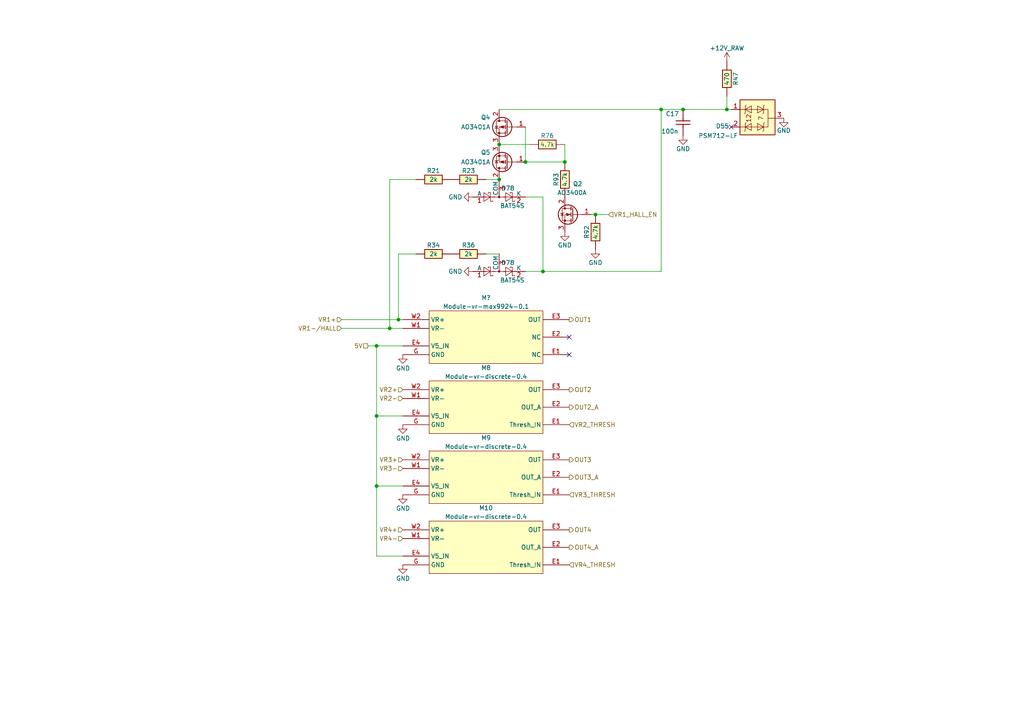
<source format=kicad_sch>
(kicad_sch (version 20230121) (generator eeschema)
  (paper "A4")
  (lib_symbols
    (symbol "Diode:BAT54S" (pin_names (offset 0))
      (property "Reference" "D" (at 2.54 -5.08 0))
      (property "Value" "BAT54S" (at -6.35 3.175 0))
      (symbol "BAT54S_0_1"
        (polyline (pts (xy -3.81 0) (xy -1.27 0)))
        (polyline (pts (xy -3.175 -1.27) (xy -3.175 -1.016)))
        (polyline (pts (xy -2.54 -1.27) (xy -3.175 -1.27)))
        (polyline (pts (xy -2.54 -1.27) (xy -2.54 1.27)))
        (polyline (pts (xy -2.54 1.27) (xy -1.905 1.27)))
        (polyline (pts (xy -1.905 0) (xy 1.905 0)))
        (polyline (pts (xy -1.905 1.27) (xy -1.905 1.016)))
        (polyline (pts (xy 1.27 0) (xy 3.81 0)))
        (polyline (pts (xy 3.175 -1.27) (xy 3.175 -1.016)))
        (polyline (pts (xy 3.81 -1.27) (xy 3.175 -1.27)))
        (polyline (pts (xy 3.81 -1.27) (xy 3.81 1.27)))
        (polyline (pts (xy 3.81 1.27) (xy 4.445 1.27)))
        (polyline (pts (xy 4.445 1.27) (xy 4.445 1.016)))
        (polyline (pts (xy -4.445 1.27) (xy -4.445 -1.27) (xy -2.54 0) (xy -4.445 1.27)))
        (polyline (pts (xy 1.905 1.27) (xy 1.905 -1.27) (xy 3.81 0) (xy 1.905 1.27)))
        (circle (center 0 0) (radius 0.254) (fill (type outline)))
      )
      (symbol "BAT54S_1_1"
        (pin passive line (at -7.62 0 0) (length 3.81) (name "A") (number "1"))
        (pin passive line (at 7.62 0 180) (length 3.81) (name "K") (number "2"))
        (pin passive line (at 0 -5.08 90) (length 5.08) (name "COM") (number "3"))
      )
    )
    (symbol "MOSFET-P_5" (pin_names hide)
      (property "Reference" "Q" (at 5.207 0.9085 0))
      (property "Value" "MOSFET-P_5" (at 5.207 -1.8666 0))
      (symbol "MOSFET-P_5_0_1"
        (polyline (pts (xy 0.254 0) (xy -2.54 0)))
        (polyline (pts (xy 0.254 1.905) (xy 0.254 -1.905)) (stroke (width 0.254)))
        (polyline (pts (xy 0.762 -1.27) (xy 0.762 -2.286)) (stroke (width 0.254)))
        (polyline (pts (xy 0.762 0.508) (xy 0.762 -0.508)) (stroke (width 0.254)))
        (polyline (pts (xy 0.762 2.286) (xy 0.762 1.27)) (stroke (width 0.254)))
        (polyline (pts (xy 2.54 2.54) (xy 2.54 1.778)))
        (polyline (pts (xy 2.54 -2.54) (xy 2.54 0) (xy 0.762 0)))
        (polyline (pts (xy 0.762 1.778) (xy 3.302 1.778) (xy 3.302 -1.778) (xy 0.762 -1.778)))
        (polyline (pts (xy 2.286 0) (xy 1.27 0.381) (xy 1.27 -0.381) (xy 2.286 0)) (fill (type outline)))
        (polyline (pts (xy 2.794 -0.508) (xy 2.921 -0.381) (xy 3.683 -0.381) (xy 3.81 -0.254)))
        (polyline (pts (xy 3.302 -0.381) (xy 2.921 0.254) (xy 3.683 0.254) (xy 3.302 -0.381)))
        (circle (center 1.651 0) (radius 2.794) (stroke (width 0.254)))
        (circle (center 2.54 -1.778) (radius 0.254) (fill (type outline)))
        (circle (center 2.54 1.778) (radius 0.254) (fill (type outline)))
      )
      (symbol "MOSFET-P_5_1_1"
        (pin input line (at -5.08 0 0) (length 2.54) (name "G") (number "1"))
        (pin passive line (at 2.54 5.08 270) (length 2.54) (name "D") (number "2"))
        (pin passive line (at 2.54 -5.08 90) (length 2.54) (name "S") (number "3"))
      )
    )
    (symbol "MOSFET-P_6" (pin_names hide)
      (property "Reference" "Q" (at 5.207 0.9085 0))
      (property "Value" "MOSFET-P_6" (at 5.207 -1.8666 0))
      (symbol "MOSFET-P_6_0_1"
        (polyline (pts (xy 0.254 0) (xy -2.54 0)))
        (polyline (pts (xy 0.254 1.905) (xy 0.254 -1.905)) (stroke (width 0.254)))
        (polyline (pts (xy 0.762 -1.27) (xy 0.762 -2.286)) (stroke (width 0.254)))
        (polyline (pts (xy 0.762 0.508) (xy 0.762 -0.508)) (stroke (width 0.254)))
        (polyline (pts (xy 0.762 2.286) (xy 0.762 1.27)) (stroke (width 0.254)))
        (polyline (pts (xy 2.54 2.54) (xy 2.54 1.778)))
        (polyline (pts (xy 2.54 -2.54) (xy 2.54 0) (xy 0.762 0)))
        (polyline (pts (xy 0.762 1.778) (xy 3.302 1.778) (xy 3.302 -1.778) (xy 0.762 -1.778)))
        (polyline (pts (xy 2.286 0) (xy 1.27 0.381) (xy 1.27 -0.381) (xy 2.286 0)) (fill (type outline)))
        (polyline (pts (xy 2.794 -0.508) (xy 2.921 -0.381) (xy 3.683 -0.381) (xy 3.81 -0.254)))
        (polyline (pts (xy 3.302 -0.381) (xy 2.921 0.254) (xy 3.683 0.254) (xy 3.302 -0.381)))
        (circle (center 1.651 0) (radius 2.794) (stroke (width 0.254)))
        (circle (center 2.54 -1.778) (radius 0.254) (fill (type outline)))
        (circle (center 2.54 1.778) (radius 0.254) (fill (type outline)))
      )
      (symbol "MOSFET-P_6_1_1"
        (pin input line (at -5.08 0 0) (length 2.54) (name "G") (number "1"))
        (pin passive line (at 2.54 5.08 270) (length 2.54) (name "D") (number "2"))
        (pin passive line (at 2.54 -5.08 90) (length 2.54) (name "S") (number "3"))
      )
    )
    (symbol "hellen-one-common:+12V_RAW" (power) (pin_names (offset 0))
      (property "Value" "+12V_RAW" (at 0 3.556 0))
      (symbol "+12V_RAW_0_1"
        (polyline (pts (xy -0.762 1.27) (xy 0 2.54)))
        (polyline (pts (xy 0 0) (xy 0 2.54)))
        (polyline (pts (xy 0 2.54) (xy 0.762 1.27)))
      )
      (symbol "+12V_RAW_1_1"
        (pin power_in line (at 0 0 90) (length 0) hide (name "+12V_RAW") (number "1"))
      )
    )
    (symbol "hellen-one-common:Cap" (pin_numbers hide)
      (property "Reference" "C" (at -3.81 2.54 0))
      (property "Value" "Cap" (at -2.54 -1.27 0))
      (symbol "Cap_1_0"
        (polyline (pts (xy -1.27 0) (xy -0.508 0)) (stroke (width 0.254)))
        (polyline (pts (xy -0.508 -2.032) (xy -0.508 2.032)) (stroke (width 0.254)))
        (polyline (pts (xy 0.508 2.032) (xy 0.508 -2.032)) (stroke (width 0.254)))
        (polyline (pts (xy 1.27 0) (xy 0.508 0)) (stroke (width 0.254)))
        (pin passive line (at -3.81 0 0) (length 2.54) (name "") (number "1"))
        (pin passive line (at 3.81 0 180) (length 2.54) (name "") (number "2"))
      )
    )
    (symbol "hellen-one-common:MOSFET-N" (pin_names hide)
      (property "Reference" "Q" (at 5.08 6.35 0))
      (property "Value" "MOSFET-N" (at 2.54 3.81 0))
      (symbol "MOSFET-N_0_1"
        (polyline (pts (xy 0.254 0) (xy -2.54 0)))
        (polyline (pts (xy 0.254 1.905) (xy 0.254 -1.905)) (stroke (width 0.254)))
        (polyline (pts (xy 0.762 -1.27) (xy 0.762 -2.286)) (stroke (width 0.254)))
        (polyline (pts (xy 0.762 0.508) (xy 0.762 -0.508)) (stroke (width 0.254)))
        (polyline (pts (xy 0.762 2.286) (xy 0.762 1.27)) (stroke (width 0.254)))
        (polyline (pts (xy 2.54 2.54) (xy 2.54 1.778)))
        (polyline (pts (xy 2.54 -2.54) (xy 2.54 0) (xy 0.762 0)))
        (polyline (pts (xy 0.762 -1.778) (xy 3.302 -1.778) (xy 3.302 1.778) (xy 0.762 1.778)))
        (polyline (pts (xy 1.016 0) (xy 2.032 0.381) (xy 2.032 -0.381) (xy 1.016 0)) (fill (type outline)))
        (polyline (pts (xy 2.794 0.508) (xy 2.921 0.381) (xy 3.683 0.381) (xy 3.81 0.254)))
        (polyline (pts (xy 3.302 0.381) (xy 2.921 -0.254) (xy 3.683 -0.254) (xy 3.302 0.381)))
        (circle (center 1.651 0) (radius 2.794) (stroke (width 0.254)))
        (circle (center 2.54 -1.778) (radius 0.254) (fill (type outline)))
        (circle (center 2.54 1.778) (radius 0.254) (fill (type outline)))
      )
      (symbol "MOSFET-N_1_1"
        (pin input line (at -5.08 0 0) (length 2.54) (name "G") (number "1"))
        (pin passive line (at 2.54 5.08 270) (length 2.54) (name "D") (number "2"))
        (pin passive line (at 2.54 -5.08 90) (length 2.54) (name "S") (number "3"))
      )
    )
    (symbol "hellen-one-common:PSM712"
      (property "Reference" "D?" (at 3.302 0.9085 0))
      (property "Value" "PSM712" (at 3.302 -1.8666 0))
      (symbol "PSM712_0_0"
        (text "12" (at -2.286 2.54 0) (effects (font (size 1.27 1.27))))
        (text "7" (at -2.286 -1.016 0) (effects (font (size 1.27 1.27))))
      )
      (symbol "PSM712_0_1"
        (rectangle (start -7.62 5.08) (end 2.54 -5.08) (stroke (width 0.254)) (fill (type background)))
        (polyline (pts (xy -4.826 5.08) (xy -4.826 -3.048) (xy -2.286 -3.048)) (stroke (width 0.1524)))
        (polyline (pts (xy -6.096 3.302) (xy -5.842 3.556) (xy -3.81 3.556) (xy -3.556 3.81)) (stroke (width 0.1524)))
        (polyline (pts (xy -4.826 -1.778) (xy -3.81 0) (xy -5.842 0) (xy -4.826 -1.778)) (stroke (width 0.1524)))
        (polyline (pts (xy -4.826 3.556) (xy -5.842 1.778) (xy -3.81 1.778) (xy -4.826 3.556)) (stroke (width 0.1524)))
        (polyline (pts (xy -3.556 -1.524) (xy -3.81 -1.778) (xy -5.842 -1.778) (xy -6.096 -2.032)) (stroke (width 0.1524)))
        (polyline (pts (xy -1.016 3.302) (xy -0.762 3.556) (xy 1.27 3.556) (xy 1.524 3.81)) (stroke (width 0.1524)))
        (polyline (pts (xy 0.254 -1.778) (xy 1.27 0) (xy -0.762 0) (xy 0.254 -1.778)) (stroke (width 0.1524)))
        (polyline (pts (xy 0.254 3.556) (xy -0.762 1.778) (xy 1.27 1.778) (xy 0.254 3.556)) (stroke (width 0.1524)))
        (polyline (pts (xy 0.254 5.08) (xy 0.254 -3.048) (xy -2.286 -3.048) (xy -2.286 -5.08)) (stroke (width 0.1524)))
        (polyline (pts (xy 1.524 -1.524) (xy 1.27 -1.778) (xy -0.762 -1.778) (xy -1.016 -2.032)) (stroke (width 0.1524)))
      )
      (symbol "PSM712_1_1"
        (pin passive line (at -4.826 7.62 270) (length 2.54) (name "") (number "1"))
        (pin passive line (at 0.254 7.62 270) (length 2.54) (name "") (number "2"))
        (pin passive line (at -2.286 -7.62 90) (length 2.54) (name "") (number "3"))
      )
    )
    (symbol "hellen-one-common:Res" (pin_numbers hide)
      (property "Reference" "R" (at 3.81 2.54 0))
      (property "Value" "Res" (at 5.08 -2.54 0))
      (symbol "Res_1_0"
        (rectangle (start 2.54 -1.27) (end 7.62 1.27) (stroke (width 0.254)) (fill (type background)))
        (pin passive line (at 0 0 0) (length 2.54) (name "") (number "1"))
        (pin passive line (at 10.16 0 180) (length 2.54) (name "") (number "2"))
      )
    )
    (symbol "hellen-one-vr-discrete-0.4:Module-vr-discrete-0.4"
      (property "Reference" "M" (at 1.27 1.27 0))
      (property "Value" "Module-vr-discrete-0.4" (at 16.51 -16.51 0))
      (symbol "Module-vr-discrete-0.4_1_0"
        (rectangle (start 0 0) (end 33.02 -15.24) (fill (type background)))
        (pin passive line (at 40.64 -12.7 180) (length 7.62) (name "Thresh_IN") (number "E1"))
        (pin passive line (at 40.64 -7.62 180) (length 7.62) (name "OUT_A") (number "E2"))
        (pin passive line (at 40.64 -2.54 180) (length 7.62) (name "OUT") (number "E3"))
        (pin passive line (at -7.62 -10.16 0) (length 7.62) (name "V5_IN") (number "E4"))
        (pin passive line (at -7.62 -12.7 0) (length 7.62) (name "GND") (number "G"))
        (pin passive line (at -7.62 -5.08 0) (length 7.62) (name "VR-") (number "W1"))
        (pin passive line (at -7.62 -2.54 0) (length 7.62) (name "VR+") (number "W2"))
      )
    )
    (symbol "power:GND" (power) (pin_names (offset 0))
      (property "Value" "GND" (at 0 -3.81 0))
      (symbol "GND_0_1"
        (polyline (pts (xy 0 0) (xy 0 -1.27) (xy 1.27 -1.27) (xy 0 -2.54) (xy -1.27 -1.27) (xy 0 -1.27)))
      )
      (symbol "GND_1_1"
        (pin power_in line (at 0 0 270) (length 0) hide (name "GND") (number "1"))
      )
    )
    (symbol "vr-max9924-0.1:Module-vr-max9924-0.1"
      (property "Reference" "M" (at 1.27 1.27 0))
      (property "Value" "Module-vr-max9924-0.1" (at 16.51 -16.51 0))
      (symbol "Module-vr-max9924-0.1_1_0"
        (rectangle (start 0 0) (end 33.02 -15.24) (fill (type background)))
        (pin passive line (at 40.64 -12.7 180) (length 7.62) (name "NC") (number "E1"))
        (pin passive line (at 40.64 -7.62 180) (length 7.62) (name "NC") (number "E2"))
        (pin passive line (at 40.64 -2.54 180) (length 7.62) (name "OUT") (number "E3"))
        (pin passive line (at -7.62 -10.16 0) (length 7.62) (name "V5_IN") (number "E4"))
        (pin passive line (at -7.62 -12.7 0) (length 7.62) (name "GND") (number "G"))
        (pin passive line (at -7.62 -5.08 0) (length 7.62) (name "VR-") (number "W1"))
        (pin passive line (at -7.62 -2.54 0) (length 7.62) (name "VR+") (number "W2"))
      )
    )
  )
  (junction (at 109.22 120.65))
  (junction (at 157.48 78.74))
  (junction (at 152.4 46.99))
  (junction (at 109.22 140.97))
  (junction (at 172.72 62.23))
  (junction (at 210.82 31.75))
  (junction (at 144.78 52.07))
  (junction (at 198.12 31.75))
  (junction (at 144.78 41.91))
  (junction (at 109.22 100.33))
  (junction (at 113.03 95.25))
  (junction (at 191.77 31.75))
  (junction (at 115.57 92.71))
  (junction (at 163.83 46.99))
  (no_connect (at 165.1 102.87))
  (no_connect (at 165.1 97.79))
  (no_connect (at 212.09 36.83))
  (wire (pts (xy 157.48 57.15) (xy 157.48 78.74)))
  (wire (pts (xy 210.82 31.75) (xy 198.12 31.75)))
  (wire (pts (xy 109.22 120.65) (xy 116.84 120.65)))
  (wire (pts (xy 113.03 95.25) (xy 116.84 95.25)))
  (wire (pts (xy 99.06 95.25) (xy 113.03 95.25)))
  (wire (pts (xy 171.45 62.23) (xy 172.72 62.23)))
  (wire (pts (xy 152.4 57.15) (xy 157.48 57.15)))
  (wire (pts (xy 109.22 140.97) (xy 109.22 161.29)))
  (wire (pts (xy 109.22 140.97) (xy 116.84 140.97)))
  (wire (pts (xy 109.22 100.33) (xy 109.22 120.65)))
  (wire (pts (xy 115.57 92.71) (xy 116.84 92.71)))
  (wire (pts (xy 210.82 27.94) (xy 210.82 31.75)))
  (wire (pts (xy 212.09 31.75) (xy 210.82 31.75)))
  (wire (pts (xy 163.83 46.99) (xy 163.83 41.91)))
  (wire (pts (xy 120.65 52.07) (xy 113.03 52.07)))
  (wire (pts (xy 99.06 92.71) (xy 115.57 92.71)))
  (wire (pts (xy 120.65 73.66) (xy 115.57 73.66)))
  (wire (pts (xy 172.72 62.23) (xy 176.53 62.23)))
  (wire (pts (xy 140.97 52.07) (xy 144.78 52.07)))
  (wire (pts (xy 163.83 46.99) (xy 152.4 46.99)))
  (wire (pts (xy 113.03 52.07) (xy 113.03 95.25)))
  (wire (pts (xy 115.57 73.66) (xy 115.57 92.71)))
  (wire (pts (xy 116.84 100.33) (xy 109.22 100.33)))
  (wire (pts (xy 157.48 78.74) (xy 191.77 78.74)))
  (wire (pts (xy 106.68 100.33) (xy 109.22 100.33)))
  (wire (pts (xy 191.77 31.75) (xy 198.12 31.75)))
  (wire (pts (xy 191.77 31.75) (xy 191.77 78.74)))
  (wire (pts (xy 152.4 78.74) (xy 157.48 78.74)))
  (wire (pts (xy 140.97 73.66) (xy 144.78 73.66)))
  (wire (pts (xy 109.22 161.29) (xy 116.84 161.29)))
  (wire (pts (xy 144.78 41.91) (xy 153.67 41.91)))
  (wire (pts (xy 152.4 36.83) (xy 152.4 46.99)))
  (wire (pts (xy 144.78 31.75) (xy 191.77 31.75)))
  (wire (pts (xy 109.22 120.65) (xy 109.22 140.97)))
  (hierarchical_label "OUT2_A" (shape output) (at 165.1 118.11 0))
  (hierarchical_label "VR3-" (shape input) (at 116.84 135.89 180))
  (hierarchical_label "OUT4_A" (shape output) (at 165.1 158.75 0))
  (hierarchical_label "VR2-" (shape input) (at 116.84 115.57 180))
  (hierarchical_label "OUT1" (shape output) (at 165.1 92.71 0))
  (hierarchical_label "VR1_HALL_EN" (shape input) (at 176.53 62.23 0))
  (hierarchical_label "OUT2" (shape output) (at 165.1 113.03 0))
  (hierarchical_label "OUT3" (shape output) (at 165.1 133.35 0))
  (hierarchical_label "5V" (shape passive) (at 106.68 100.33 180))
  (hierarchical_label "VR4+" (shape input) (at 116.84 153.67 180))
  (hierarchical_label "OUT3_A" (shape output) (at 165.1 138.43 0))
  (hierarchical_label "VR3+" (shape input) (at 116.84 133.35 180))
  (hierarchical_label "VR1+" (shape input) (at 99.06 92.71 180))
  (hierarchical_label "VR1-{slash}HALL" (shape input) (at 99.06 95.25 180))
  (hierarchical_label "VR2+" (shape input) (at 116.84 113.03 180))
  (hierarchical_label "VR4_THRESH" (shape input) (at 165.1 163.83 0))
  (hierarchical_label "VR3_THRESH" (shape input) (at 165.1 143.51 0))
  (hierarchical_label "VR2_THRESH" (shape input) (at 165.1 123.19 0))
  (hierarchical_label "VR4-" (shape input) (at 116.84 156.21 180))
  (hierarchical_label "OUT4" (shape output) (at 165.1 153.67 0))
  (symbol (lib_id "hellen-one-vr-discrete-0.4:Module-vr-discrete-0.4") (at 124.46 110.49 0) (unit 1)
    (property "Reference" "M8" (at 140.97 106.68 0))
    (property "Value" "Module-vr-discrete-0.4" (at 140.97 109.22 0))
    (property "Footprint" "hellen-one-vr-discrete-0.4:vr-discrete" (effects hide))
  )
  (symbol (lib_id "hellen-one-common:Cap") (at 198.12 35.56 90) (unit 1)
    (property "Reference" "C17" (at 193.04 33.02 90) (effects (justify right)))
    (property "Value" "100n" (at 191.77 38.1 90) (effects (justify right)))
    (property "Footprint" "hellen-one-common:C0603" (effects hide))
    (property "LCSC" "C14663" (effects hide))
    (instances (project "alphax_8ch" (path "" (reference "C17") (unit 1)) (path "" (reference "C2") (unit 1))))
  )
  (symbol (lib_id "hellen-one-common:Res") (at 163.83 57.15 270) (mirror x) (unit 1)
    (property "Reference" "R93" (at 161.29 52.07 0))
    (property "Value" "4.7k" (at 163.83 52.07 0))
    (property "Footprint" "hellen-one-common:R0603" (effects hide))
    (property "LCSC" "C23162" (effects hide))
    (instances (project "alphax_8ch" (path "" (reference "R93") (unit 1)) (path "" (reference "R18") (unit 1))))
  )
  (symbol (lib_id "hellen-one-common:MOSFET-N") (at 166.37 62.23 0) (mirror y) (unit 1)
    (property "Reference" "Q2" (at 168.91 53.34 0) (effects (justify left)))
    (property "Value" "AO3400A" (at 170.18 55.88 0) (effects (justify left)))
    (property "Footprint" "hellen-one-common:SOT-23" (effects hide))
    (property "LCSC" " C20917" (effects hide))
    (instances (project "alphax_8ch" (path "" (reference "Q2") (unit 1)) (path "" (reference "Q4") (unit 1))))
  )
  (symbol (lib_id "power:GND") (at 227.33 34.29 0) (mirror y) (unit 1)
    (property "Reference" "#PWR039" (effects hide))
    (property "Value" "GND" (at 227.33 37.846 0))
    (instances (project "alphax_8ch" (path "" (reference "#PWR039") (unit 1)) (path "" (reference "#PWR071") (unit 1))))
  )
  (symbol (lib_id "hellen-one-common:Res") (at 130.81 52.07 0) (mirror y) (unit 1)
    (property "Reference" "R21" (at 125.73 49.53 0))
    (property "Value" "2k" (at 125.73 52.07 0))
    (property "Footprint" "hellen-one-common:R1206" (effects hide))
    (property "LCSC" "C17944" (effects hide))
    (instances (project "alphax_8ch" (path "" (reference "R21") (unit 1)) (path "" (reference "R13") (unit 1))))
  )
  (symbol (lib_id "power:GND") (at 137.16 57.15 270) (unit 1)
    (property "Reference" "#PWR0280" (effects hide))
    (property "Value" "GND" (at 132.08 57.15 90))
    (instances (project "alphax_8ch" (path "" (reference "#PWR0280") (unit 1)) (path "" (reference "#PWR065") (unit 1))))
  )
  (symbol (lib_id "Diode:BAT54S") (at 144.78 57.15 0) (mirror x) (unit 1)
    (property "Reference" "D78" (at 147.32 54.61 0))
    (property "Value" "BAT54S" (at 148.59 59.69 0))
    (property "Footprint" "Package_TO_SOT_SMD:SOT-23" (effects hide))
    (property "Datasheet" "https://www.diodes.com/assets/Datasheets/ds11005.pdf" (effects hide))
    (property "LCSC" "C47546" (effects hide))
  )
  (symbol (lib_id "power:GND") (at 137.16 78.74 270) (unit 1)
    (property "Reference" "#PWR0280" (effects hide))
    (property "Value" "GND" (at 132.08 78.74 90))
    (instances (project "alphax_8ch" (path "" (reference "#PWR0280") (unit 1)) (path "" (reference "#PWR066") (unit 1))))
  )
  (symbol (lib_id "power:GND") (at 172.72 72.39 0) (mirror y) (unit 1)
    (property "Reference" "#PWR026" (effects hide))
    (property "Value" "GND" (at 172.72 76.2 0))
    (instances (project "alphax_8ch" (path "" (reference "#PWR026") (unit 1)) (path "" (reference "#PWR068") (unit 1))))
  )
  (symbol (lib_id "power:GND") (at 116.84 123.19 0) (unit 1)
    (property "Reference" "#PWR?" (effects hide))
    (property "Value" "GND" (at 116.8908 127.1334 0))
    (instances (project "alphax_8ch" (path "" (reference "#PWR?") (unit 1)) (path "" (reference "#PWR062") (unit 1))))
  )
  (symbol (lib_id "power:GND") (at 198.12 39.37 0) (unit 1)
    (property "Reference" "#PWR070" (effects hide))
    (property "Value" "GND" (at 198.12 43.18 0))
    (instances (project "alphax_8ch" (path "" (reference "#PWR070") (unit 1)) (path "" (reference "#PWR069") (unit 1))))
  )
  (symbol (lib_id "power:GND") (at 116.84 102.87 0) (unit 1)
    (property "Reference" "#PWR?" (effects hide))
    (property "Value" "GND" (at 116.8908 106.8134 0))
    (instances (project "alphax_8ch" (path "" (reference "#PWR?") (unit 1)) (path "" (reference "#PWR061") (unit 1))))
  )
  (symbol (lib_id "power:GND") (at 116.84 143.51 0) (unit 1)
    (property "Reference" "#PWR?" (effects hide))
    (property "Value" "GND" (at 116.8908 147.4534 0))
    (instances (project "alphax_8ch" (path "" (reference "#PWR?") (unit 1)) (path "" (reference "#PWR063") (unit 1))))
  )
  (symbol (lib_id "hellen-one-common:Res") (at 140.97 52.07 0) (mirror y) (unit 1)
    (property "Reference" "R23" (at 135.89 49.53 0))
    (property "Value" "2k" (at 135.89 52.07 0))
    (property "Footprint" "hellen-one-common:R1206" (effects hide))
    (property "LCSC" "C17944" (effects hide))
    (instances (project "alphax_8ch" (path "" (reference "R23") (unit 1)) (path "" (reference "R15") (unit 1))))
  )
  (symbol (lib_name "MOSFET-P_6") (lib_id "hellen-one-common:MOSFET-P") (at 147.32 36.83 0) (mirror y) (unit 1)
    (property "Reference" "Q4" (at 142.24 34.0549 0) (effects (justify left)))
    (property "Value" "AO3401A" (at 142.24 36.83 0) (effects (justify left)))
    (property "Footprint" "hellen-one-common:SOT-23" (effects hide))
    (property "Datasheet" "https://datasheet.lcsc.com/lcsc/1810171817_Alpha-&-Omega-Semicon-AO3401A_C15127.pdf" (effects hide))
    (property "LCSC" "C15127" (effects hide))
    (instances (project "alphax_8ch" (path "" (reference "Q4") (unit 1)) (path "" (reference "Q2") (unit 1))))
  )
  (symbol (lib_id "hellen-one-common:+12V_RAW") (at 210.82 17.78 0) (mirror y) (unit 1)
    (property "Reference" "#PWR038" (effects hide))
    (property "Value" "+12V_RAW" (at 215.9 13.97 0) (effects (justify left)))
    (instances (project "alphax_8ch" (path "" (reference "#PWR038") (unit 1)) (path "" (reference "#PWR070") (unit 1))))
  )
  (symbol (lib_id "hellen-one-common:Res") (at 172.72 72.39 90) (unit 1)
    (property "Reference" "R92" (at 170.18 67.31 0))
    (property "Value" "4.7k" (at 172.72 67.31 0))
    (property "Footprint" "hellen-one-common:R0603" (effects hide))
    (property "LCSC" "C23162" (effects hide))
    (instances (project "alphax_8ch" (path "" (reference "R92") (unit 1)) (path "" (reference "R19") (unit 1))))
  )
  (symbol (lib_id "hellen-one-common:Res") (at 140.97 73.66 0) (mirror y) (unit 1)
    (property "Reference" "R36" (at 135.89 71.12 0))
    (property "Value" "2k" (at 135.89 73.66 0))
    (property "Footprint" "hellen-one-common:R1206" (effects hide))
    (property "LCSC" "C17944" (effects hide))
    (instances (project "alphax_8ch" (path "" (reference "R36") (unit 1)) (path "" (reference "R16") (unit 1))))
  )
  (symbol (lib_id "Diode:BAT54S") (at 144.78 78.74 0) (mirror x) (unit 1)
    (property "Reference" "D78" (at 147.32 76.2 0))
    (property "Value" "BAT54S" (at 148.59 81.28 0))
    (property "Footprint" "Package_TO_SOT_SMD:SOT-23" (effects hide))
    (property "Datasheet" "https://www.diodes.com/assets/Datasheets/ds11005.pdf" (effects hide))
    (property "LCSC" "C47546" (effects hide))
    (instances (project "alphax_8ch" (path "" (reference "D78") (unit 1)) (path "" (reference "D79") (unit 1))))
  )
  (symbol (lib_id "power:GND") (at 116.84 163.83 0) (unit 1)
    (property "Reference" "#PWR?" (effects hide))
    (property "Value" "GND" (at 116.8908 167.7734 0))
    (instances (project "alphax_8ch" (path "" (reference "#PWR?") (unit 1)) (path "" (reference "#PWR064") (unit 1))))
  )
  (symbol (lib_id "hellen-one-common:Res") (at 130.81 73.66 0) (mirror y) (unit 1)
    (property "Reference" "R34" (at 125.73 71.12 0))
    (property "Value" "2k" (at 125.73 73.66 0))
    (property "Footprint" "hellen-one-common:R1206" (effects hide))
    (property "LCSC" "C17944" (effects hide))
    (instances (project "alphax_8ch" (path "" (reference "R34") (unit 1)) (path "" (reference "R14") (unit 1))))
  )
  (symbol (lib_id "vr-max9924-0.1:Module-vr-max9924-0.1") (at 124.46 90.17 0) (unit 1)
    (property "Reference" "M?" (at 140.97 86.36 0))
    (property "Value" "Module-vr-max9924-0.1" (at 140.97 88.9 0))
    (property "Footprint" "hellen-one-vr-max9924-0.1:vr-max9924" (effects hide))
    (instances (project "alphax_8ch" (path "" (reference "M?") (unit 1)) (path "" (reference "M7") (unit 1))))
  )
  (symbol (lib_id "hellen-one-vr-discrete-0.4:Module-vr-discrete-0.4") (at 124.46 130.81 0) (unit 1)
    (property "Reference" "M9" (at 140.97 127 0))
    (property "Value" "Module-vr-discrete-0.4" (at 140.97 129.54 0))
    (property "Footprint" "hellen-one-vr-discrete-0.4:vr-discrete" (effects hide))
  )
  (symbol (lib_id "hellen-one-common:Res") (at 210.82 27.94 90) (unit 1)
    (property "Reference" "R47" (at 213.36 22.86 0))
    (property "Value" "470" (at 210.82 22.86 0))
    (property "Footprint" "hellen-one-common:R0805" (effects hide))
    (property "LCSC" "C17710" (effects hide))
    (instances (project "alphax_8ch" (path "" (reference "R47") (unit 1)) (path "" (reference "R20") (unit 1))))
  )
  (symbol (lib_id "power:GND") (at 163.83 67.31 0) (mirror y) (unit 1)
    (property "Reference" "#PWR026" (effects hide))
    (property "Value" "GND" (at 163.83 71.12 0))
    (instances (project "alphax_8ch" (path "" (reference "#PWR026") (unit 1)) (path "" (reference "#PWR067") (unit 1))))
  )
  (symbol (lib_id "hellen-one-common:PSM712") (at 219.71 36.576 90) (mirror x) (unit 1)
    (property "Reference" "D55" (at 209.55 36.576 90))
    (property "Value" "PSM712-LF" (at 208.28 39.37 90))
    (property "Footprint" "hellen-one-common:SOT-23" (effects hide))
    (property "Datasheet" "https://datasheet.lcsc.com/lcsc/1811061632_ProTek-Devices-PSM712-LF-T7_C32677.pdf" (effects hide))
    (property "LCSC" "C32677" (effects hide))
    (instances (project "alphax_8ch" (path "" (reference "D55") (unit 1)) (path "" (reference "D80") (unit 1))))
  )
  (symbol (lib_id "hellen-one-common:Res") (at 163.83 41.91 0) (mirror y) (unit 1)
    (property "Reference" "R76" (at 158.75 39.37 0))
    (property "Value" "4.7k" (at 158.75 41.91 0))
    (property "Footprint" "hellen-one-common:R0603" (effects hide))
    (property "LCSC" "C23162" (effects hide))
    (instances (project "alphax_8ch" (path "" (reference "R76") (unit 1)) (path "" (reference "R17") (unit 1))))
  )
  (symbol (lib_id "hellen-one-vr-discrete-0.4:Module-vr-discrete-0.4") (at 124.46 151.13 0) (unit 1)
    (property "Reference" "M10" (at 140.97 147.32 0))
    (property "Value" "Module-vr-discrete-0.4" (at 140.97 149.86 0))
    (property "Footprint" "hellen-one-vr-discrete-0.4:vr-discrete" (effects hide))
  )
  (symbol (lib_name "MOSFET-P_5") (lib_id "hellen-one-common:MOSFET-P") (at 147.32 46.99 180) (unit 1)
    (property "Reference" "Q5" (at 142.24 44.2149 0) (effects (justify left)))
    (property "Value" "AO3401A" (at 142.24 46.99 0) (effects (justify left)))
    (property "Footprint" "hellen-one-common:SOT-23" (effects hide))
    (property "Datasheet" "https://datasheet.lcsc.com/lcsc/1810171817_Alpha-&-Omega-Semicon-AO3401A_C15127.pdf" (effects hide))
    (property "LCSC" "C15127" (effects hide))
    (instances (project "alphax_8ch" (path "" (reference "Q5") (unit 1)) (path "" (reference "Q3") (unit 1))))
  )
)
</source>
